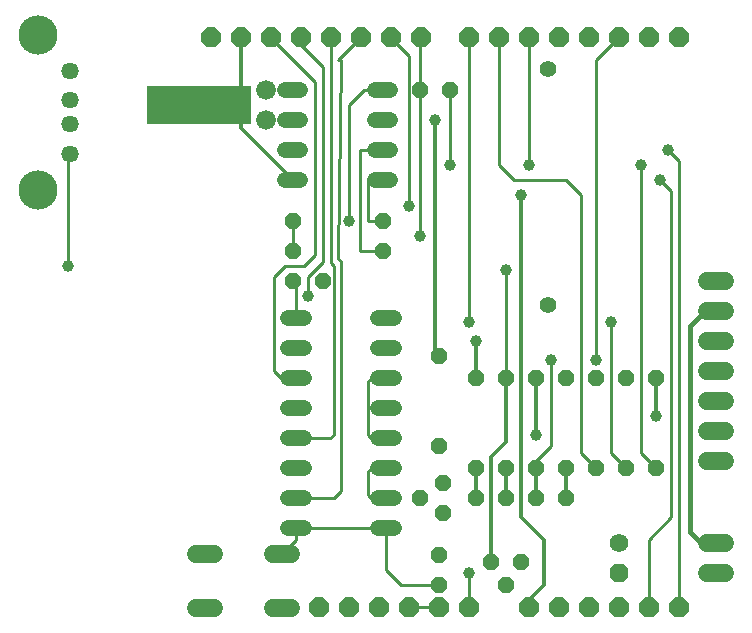
<source format=gbl>
G75*
%MOIN*%
%OFA0B0*%
%FSLAX24Y24*%
%IPPOS*%
%LPD*%
%AMOC8*
5,1,8,0,0,1.08239X$1,22.5*
%
%ADD10R,0.3500X0.1250*%
%ADD11C,0.0600*%
%ADD12OC8,0.0520*%
%ADD13OC8,0.0660*%
%ADD14OC8,0.0620*%
%ADD15C,0.0620*%
%ADD16C,0.0520*%
%ADD17C,0.0574*%
%ADD18C,0.1306*%
%ADD19C,0.0660*%
%ADD20C,0.0554*%
%ADD21C,0.0594*%
%ADD22C,0.0100*%
%ADD23C,0.0396*%
%ADD24C,0.0120*%
%ADD25C,0.0160*%
D10*
X011700Y018250D03*
D11*
X011620Y001485D02*
X012220Y001485D01*
X014180Y001485D02*
X014780Y001485D01*
X014780Y003265D02*
X014180Y003265D01*
X012220Y003265D02*
X011620Y003265D01*
X028650Y006375D02*
X029250Y006375D01*
X029250Y007375D02*
X028650Y007375D01*
X028650Y008375D02*
X029250Y008375D01*
X029250Y009375D02*
X028650Y009375D01*
X028650Y010375D02*
X029250Y010375D01*
X029250Y011375D02*
X028650Y011375D01*
X028650Y012375D02*
X029250Y012375D01*
D12*
X026950Y009125D03*
X025950Y009125D03*
X024950Y009125D03*
X023950Y009125D03*
X022950Y009125D03*
X021950Y009125D03*
X020950Y009125D03*
X019700Y009875D03*
X015825Y012375D03*
X014825Y012375D03*
X014825Y013375D03*
X014825Y014375D03*
X017825Y014375D03*
X017825Y013375D03*
X019075Y018750D03*
X020075Y018750D03*
X019700Y006875D03*
X020950Y006125D03*
X021950Y006125D03*
X022950Y006125D03*
X023950Y006125D03*
X024950Y006125D03*
X025950Y006125D03*
X026950Y006125D03*
X023950Y005125D03*
X022950Y005125D03*
X021950Y005125D03*
X020950Y005125D03*
X019825Y004625D03*
X019075Y005125D03*
X019825Y005625D03*
X019700Y003250D03*
X019700Y002250D03*
X021450Y003000D03*
X021950Y002250D03*
X022450Y003000D03*
D13*
X022700Y001500D03*
X023700Y001500D03*
X024700Y001500D03*
X025700Y001500D03*
X026700Y001500D03*
X027700Y001500D03*
X020700Y001500D03*
X019700Y001500D03*
X018700Y001500D03*
X017700Y001500D03*
X016700Y001500D03*
X015700Y001500D03*
X016100Y020500D03*
X017100Y020500D03*
X018100Y020500D03*
X019100Y020500D03*
X020700Y020500D03*
X021700Y020500D03*
X022700Y020500D03*
X023700Y020500D03*
X024700Y020500D03*
X025700Y020500D03*
X026700Y020500D03*
X027700Y020500D03*
X015100Y020500D03*
X014100Y020500D03*
X013100Y020500D03*
X012100Y020500D03*
D14*
X025700Y002625D03*
D15*
X025700Y003625D03*
D16*
X018210Y004125D02*
X017690Y004125D01*
X017690Y005125D02*
X018210Y005125D01*
X018210Y006125D02*
X017690Y006125D01*
X017690Y007125D02*
X018210Y007125D01*
X018210Y008125D02*
X017690Y008125D01*
X017690Y009125D02*
X018210Y009125D01*
X018210Y010125D02*
X017690Y010125D01*
X017690Y011125D02*
X018210Y011125D01*
X015210Y011125D02*
X014690Y011125D01*
X014690Y010125D02*
X015210Y010125D01*
X015210Y009125D02*
X014690Y009125D01*
X014690Y008125D02*
X015210Y008125D01*
X015210Y007125D02*
X014690Y007125D01*
X014690Y006125D02*
X015210Y006125D01*
X015210Y005125D02*
X014690Y005125D01*
X014690Y004125D02*
X015210Y004125D01*
X015085Y015750D02*
X014565Y015750D01*
X014565Y016750D02*
X015085Y016750D01*
X015085Y017750D02*
X014565Y017750D01*
X014565Y018750D02*
X015085Y018750D01*
X017565Y018750D02*
X018085Y018750D01*
X018085Y017750D02*
X017565Y017750D01*
X017565Y016750D02*
X018085Y016750D01*
X018085Y015750D02*
X017565Y015750D01*
D17*
X007392Y016622D03*
X007392Y017606D03*
X007392Y018394D03*
X007392Y019378D03*
D18*
X006325Y020587D03*
X006325Y015413D03*
D19*
X013950Y017750D03*
X013950Y018750D03*
D20*
X023325Y019437D03*
X023325Y011563D03*
D21*
X028653Y003625D02*
X029247Y003625D01*
X029247Y002625D02*
X028653Y002625D01*
D22*
X027700Y001500D02*
X027700Y016375D01*
X027325Y016750D01*
X026450Y016250D02*
X026450Y006625D01*
X026950Y006125D01*
X025950Y006125D02*
X025450Y006625D01*
X025450Y011000D01*
X024950Y009750D02*
X024950Y019750D01*
X025700Y020500D01*
X022700Y020500D02*
X022700Y016250D01*
X022200Y015750D02*
X023950Y015750D01*
X024450Y015250D01*
X024450Y006625D01*
X024950Y006125D01*
X023450Y006875D02*
X023450Y009750D01*
X021950Y009125D02*
X021950Y012750D01*
X020700Y011000D02*
X020700Y020500D01*
X021700Y020500D02*
X021700Y016250D01*
X022200Y015750D01*
X020075Y016250D02*
X020075Y018750D01*
X018700Y019875D02*
X018700Y014875D01*
X017825Y014375D02*
X017325Y014375D01*
X017325Y015750D01*
X017825Y015750D01*
X017825Y016750D02*
X017075Y016750D01*
X017075Y013375D01*
X017825Y013375D01*
X016450Y013000D02*
X016450Y005375D01*
X016200Y005125D01*
X014950Y005125D01*
X014950Y004125D02*
X014950Y003735D01*
X014480Y003265D01*
X014950Y004125D02*
X017950Y004125D01*
X017950Y002750D01*
X018450Y002250D01*
X019700Y002250D01*
X020700Y002625D02*
X020700Y001500D01*
X019700Y001500D02*
X018700Y001500D01*
X017950Y005125D02*
X017450Y005125D01*
X017325Y005250D01*
X017325Y006000D01*
X017450Y006125D01*
X017950Y006125D01*
X017950Y007125D02*
X017450Y007125D01*
X017325Y007250D01*
X017325Y009000D01*
X017450Y009125D01*
X017950Y009125D01*
X016200Y007250D02*
X016075Y007125D01*
X014950Y007125D01*
X016200Y007250D02*
X016200Y012875D01*
X016100Y012975D01*
X016100Y020500D01*
X016325Y019725D02*
X017100Y020500D01*
X018100Y020500D02*
X018100Y020475D01*
X018700Y019875D01*
X019075Y020475D02*
X019100Y020500D01*
X019075Y020475D02*
X019075Y013875D01*
X016700Y014375D02*
X016700Y018250D01*
X017200Y018750D01*
X017825Y018750D01*
X016450Y019725D02*
X016325Y013125D01*
X016450Y013000D01*
X015825Y013000D02*
X015325Y012500D01*
X015325Y011875D01*
X014950Y012250D02*
X014825Y012375D01*
X014950Y012250D02*
X014950Y011125D01*
X014200Y012500D02*
X014200Y009375D01*
X014450Y009125D01*
X014950Y009125D01*
X014200Y012500D02*
X014575Y012875D01*
X015200Y012875D01*
X015575Y013250D01*
X015575Y019000D01*
X014100Y020475D01*
X014100Y020500D01*
X015100Y020500D02*
X015100Y020225D01*
X015825Y019500D01*
X015825Y013000D01*
X014825Y013375D02*
X014825Y014375D01*
X016325Y019725D02*
X016450Y019725D01*
X007392Y016622D02*
X007325Y016555D01*
X007325Y012875D01*
X022950Y006375D02*
X022950Y006125D01*
X022950Y006375D02*
X023450Y006875D01*
X026700Y003750D02*
X027450Y004500D01*
X027450Y015375D01*
X027075Y015750D01*
X026700Y003750D02*
X026700Y001500D01*
D23*
X020700Y002625D03*
X022950Y007250D03*
X023450Y009750D03*
X024950Y009750D03*
X025450Y011000D03*
X021950Y012750D03*
X020700Y011000D03*
X020950Y010375D03*
X019075Y013875D03*
X018700Y014875D03*
X016700Y014375D03*
X020075Y016250D03*
X019575Y017750D03*
X022700Y016250D03*
X022450Y015250D03*
X026450Y016250D03*
X027075Y015750D03*
X027325Y016750D03*
X015325Y011875D03*
X007325Y012875D03*
X026950Y007875D03*
D24*
X026950Y009125D01*
X022950Y009125D02*
X022950Y007250D01*
X021950Y007000D02*
X021450Y006500D01*
X021450Y003000D01*
X022700Y001750D02*
X023200Y002250D01*
X023200Y003750D01*
X022450Y004500D01*
X022450Y015250D01*
X019575Y017750D02*
X019575Y009875D01*
X019700Y009875D01*
X020950Y010375D02*
X020950Y009125D01*
X021950Y009125D02*
X021950Y007000D01*
X021950Y006125D02*
X021950Y005125D01*
X020950Y005125D02*
X020950Y006125D01*
X022950Y006125D02*
X022950Y005125D01*
X023950Y005125D02*
X023950Y006125D01*
X022700Y001750D02*
X022700Y001500D01*
X014825Y015750D02*
X013100Y017475D01*
X013100Y020500D01*
D25*
X028075Y010875D02*
X028075Y004000D01*
X028450Y003625D01*
X028950Y003625D01*
X028075Y010875D02*
X028575Y011375D01*
X028950Y011375D01*
M02*

</source>
